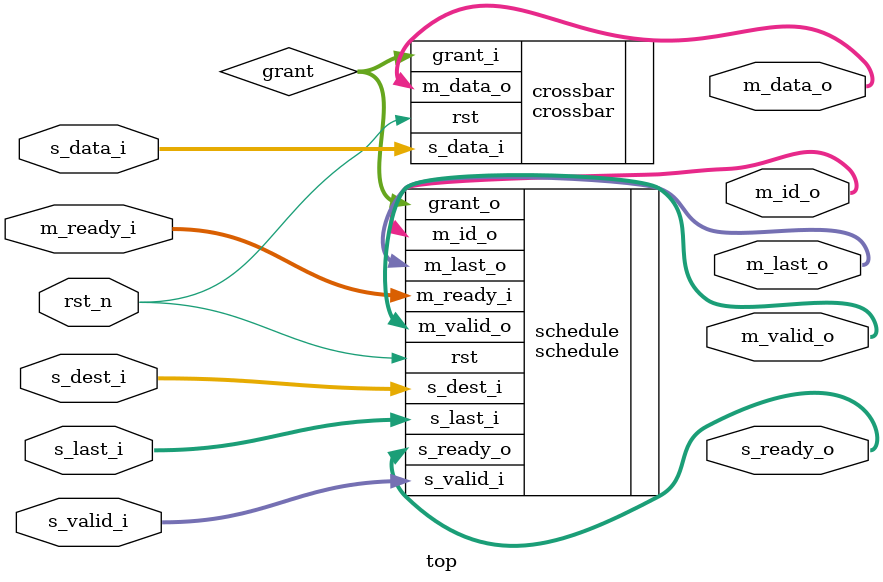
<source format=v>
`timescale 1ns / 1ps

module top
    #(  parameter   T_DATA_WIDTH = 8,
        parameter   S_DATA_COUNT = 2,
        parameter   M_DATA_COUNT = 2,
        parameter   T_ID___WIDTH = $clog2(S_DATA_COUNT),
        parameter   T_DEST_WIDTH = $clog2(M_DATA_COUNT)) (
        
        input rst_n,

        input [(T_DATA_WIDTH) * (S_DATA_COUNT) - 1 : 0] s_data_i,
        input [(T_DEST_WIDTH) * (S_DATA_COUNT) - 1 : 0] s_dest_i,
        input [S_DATA_COUNT - 1 : 0] s_last_i,
        input [S_DATA_COUNT - 1 : 0] s_valid_i,
        output [S_DATA_COUNT - 1 : 0] s_ready_o,

        output [(T_DATA_WIDTH) * (M_DATA_COUNT) - 1 : 0] m_data_o,
        output [(T_ID___WIDTH) * (M_DATA_COUNT) - 1 : 0] m_id_o,
        output [M_DATA_COUNT - 1 : 0] m_last_o,
        output [M_DATA_COUNT - 1 : 0] m_valid_o,
        input [M_DATA_COUNT - 1 : 0] m_ready_i
    );

    wire [S_DATA_COUNT * M_DATA_COUNT - 1 : 0] grant;

    schedule # (
        .T_DATA_WIDTH(T_DATA_WIDTH),
        .S_DATA_COUNT(S_DATA_COUNT),
        .M_DATA_COUNT(M_DATA_COUNT),
        .T_ID___WIDTH(T_ID___WIDTH),
        .T_DEST_WIDTH(T_DEST_WIDTH)
    ) schedule(
        .rst(rst_n),

        .s_dest_i(s_dest_i),
        .s_valid_i(s_valid_i),
        .m_ready_i(m_ready_i),
        .s_last_i(s_last_i),

        .m_id_o(m_id_o),
        .m_last_o(m_last_o),
        .m_valid_o(m_valid_o),
        .s_ready_o(s_ready_o),
        .grant_o(grant)
    );

    crossbar # (
        .T_DATA_WIDTH(T_DATA_WIDTH),
        .S_DATA_COUNT(S_DATA_COUNT),
        .M_DATA_COUNT(M_DATA_COUNT),
        .T_ID___WIDTH(T_ID___WIDTH),
        .T_DEST_WIDTH(T_DEST_WIDTH)
    ) crossbar(
        .rst(rst_n),

        .grant_i(grant),
        .s_data_i(s_data_i),

        .m_data_o(m_data_o)
    );





endmodule
</source>
